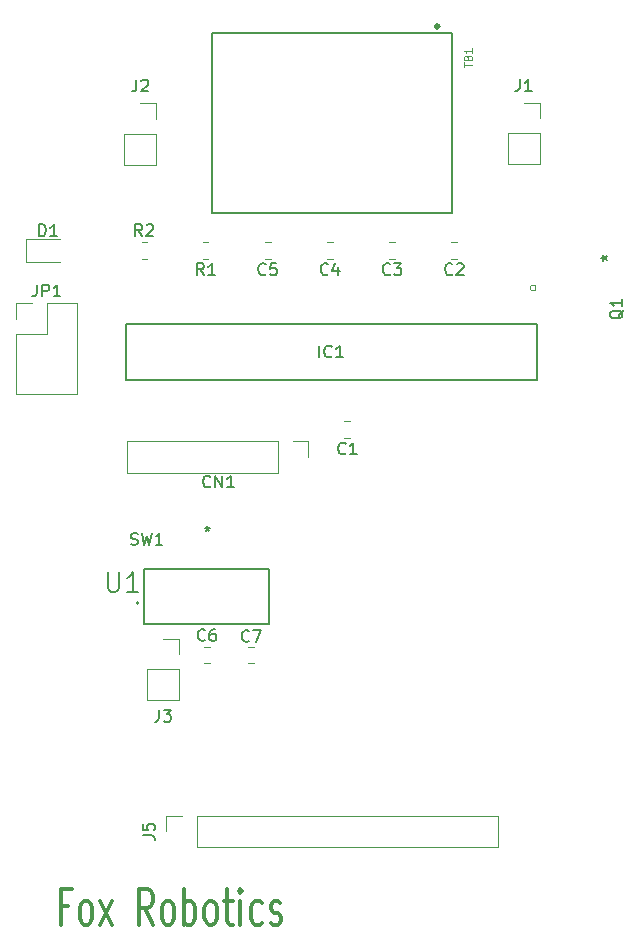
<source format=gto>
%TF.GenerationSoftware,KiCad,Pcbnew,(5.1.6)-1*%
%TF.CreationDate,2022-02-26T01:19:58-08:00*%
%TF.ProjectId,seguilineas_actualizado,73656775-696c-4696-9e65-61735f616374,rev?*%
%TF.SameCoordinates,Original*%
%TF.FileFunction,Legend,Top*%
%TF.FilePolarity,Positive*%
%FSLAX46Y46*%
G04 Gerber Fmt 4.6, Leading zero omitted, Abs format (unit mm)*
G04 Created by KiCad (PCBNEW (5.1.6)-1) date 2022-02-26 01:19:58*
%MOMM*%
%LPD*%
G01*
G04 APERTURE LIST*
%ADD10C,0.300000*%
%ADD11C,0.120000*%
%ADD12C,0.152400*%
%ADD13C,0.100000*%
%ADD14C,0.127000*%
%ADD15C,0.200000*%
%ADD16C,0.150000*%
%ADD17C,0.015000*%
%ADD18C,2.800000*%
%ADD19O,1.700000X1.700000*%
%ADD20R,1.700000X1.700000*%
%ADD21C,1.358000*%
%ADD22R,1.358000X1.358000*%
%ADD23R,2.000000X1.600000*%
%ADD24R,2.100000X5.600000*%
%ADD25C,1.560000*%
%ADD26R,1.560000X1.560000*%
%ADD27R,1.860000X1.860000*%
%ADD28C,1.860000*%
G04 APERTURE END LIST*
D10*
X180080952Y-117495714D02*
X179414285Y-117495714D01*
X179414285Y-119067142D02*
X179414285Y-116067142D01*
X180366666Y-116067142D01*
X181414285Y-119067142D02*
X181223809Y-118924285D01*
X181128571Y-118781428D01*
X181033333Y-118495714D01*
X181033333Y-117638571D01*
X181128571Y-117352857D01*
X181223809Y-117210000D01*
X181414285Y-117067142D01*
X181700000Y-117067142D01*
X181890476Y-117210000D01*
X181985714Y-117352857D01*
X182080952Y-117638571D01*
X182080952Y-118495714D01*
X181985714Y-118781428D01*
X181890476Y-118924285D01*
X181700000Y-119067142D01*
X181414285Y-119067142D01*
X182747619Y-119067142D02*
X183795238Y-117067142D01*
X182747619Y-117067142D02*
X183795238Y-119067142D01*
X187223809Y-119067142D02*
X186557142Y-117638571D01*
X186080952Y-119067142D02*
X186080952Y-116067142D01*
X186842857Y-116067142D01*
X187033333Y-116210000D01*
X187128571Y-116352857D01*
X187223809Y-116638571D01*
X187223809Y-117067142D01*
X187128571Y-117352857D01*
X187033333Y-117495714D01*
X186842857Y-117638571D01*
X186080952Y-117638571D01*
X188366666Y-119067142D02*
X188176190Y-118924285D01*
X188080952Y-118781428D01*
X187985714Y-118495714D01*
X187985714Y-117638571D01*
X188080952Y-117352857D01*
X188176190Y-117210000D01*
X188366666Y-117067142D01*
X188652380Y-117067142D01*
X188842857Y-117210000D01*
X188938095Y-117352857D01*
X189033333Y-117638571D01*
X189033333Y-118495714D01*
X188938095Y-118781428D01*
X188842857Y-118924285D01*
X188652380Y-119067142D01*
X188366666Y-119067142D01*
X189890476Y-119067142D02*
X189890476Y-116067142D01*
X189890476Y-117210000D02*
X190080952Y-117067142D01*
X190461904Y-117067142D01*
X190652380Y-117210000D01*
X190747619Y-117352857D01*
X190842857Y-117638571D01*
X190842857Y-118495714D01*
X190747619Y-118781428D01*
X190652380Y-118924285D01*
X190461904Y-119067142D01*
X190080952Y-119067142D01*
X189890476Y-118924285D01*
X191985714Y-119067142D02*
X191795238Y-118924285D01*
X191700000Y-118781428D01*
X191604761Y-118495714D01*
X191604761Y-117638571D01*
X191700000Y-117352857D01*
X191795238Y-117210000D01*
X191985714Y-117067142D01*
X192271428Y-117067142D01*
X192461904Y-117210000D01*
X192557142Y-117352857D01*
X192652380Y-117638571D01*
X192652380Y-118495714D01*
X192557142Y-118781428D01*
X192461904Y-118924285D01*
X192271428Y-119067142D01*
X191985714Y-119067142D01*
X193223809Y-117067142D02*
X193985714Y-117067142D01*
X193509523Y-116067142D02*
X193509523Y-118638571D01*
X193604761Y-118924285D01*
X193795238Y-119067142D01*
X193985714Y-119067142D01*
X194652380Y-119067142D02*
X194652380Y-117067142D01*
X194652380Y-116067142D02*
X194557142Y-116210000D01*
X194652380Y-116352857D01*
X194747619Y-116210000D01*
X194652380Y-116067142D01*
X194652380Y-116352857D01*
X196461904Y-118924285D02*
X196271428Y-119067142D01*
X195890476Y-119067142D01*
X195700000Y-118924285D01*
X195604761Y-118781428D01*
X195509523Y-118495714D01*
X195509523Y-117638571D01*
X195604761Y-117352857D01*
X195700000Y-117210000D01*
X195890476Y-117067142D01*
X196271428Y-117067142D01*
X196461904Y-117210000D01*
X197223809Y-118924285D02*
X197414285Y-119067142D01*
X197795238Y-119067142D01*
X197985714Y-118924285D01*
X198080952Y-118638571D01*
X198080952Y-118495714D01*
X197985714Y-118210000D01*
X197795238Y-118067142D01*
X197509523Y-118067142D01*
X197319047Y-117924285D01*
X197223809Y-117638571D01*
X197223809Y-117495714D01*
X197319047Y-117210000D01*
X197509523Y-117067142D01*
X197795238Y-117067142D01*
X197985714Y-117210000D01*
D11*
%TO.C,J5*%
X190970000Y-112510000D02*
X190970000Y-109850000D01*
X190970000Y-112510000D02*
X216430000Y-112510000D01*
X216430000Y-112510000D02*
X216430000Y-109850000D01*
X190970000Y-109850000D02*
X216430000Y-109850000D01*
X188370000Y-109850000D02*
X189700000Y-109850000D01*
X188370000Y-111180000D02*
X188370000Y-109850000D01*
%TO.C,CN1*%
X185050000Y-78160000D02*
X185050000Y-80820000D01*
X197810000Y-78160000D02*
X185050000Y-78160000D01*
X197810000Y-80820000D02*
X185050000Y-80820000D01*
X197810000Y-78160000D02*
X197810000Y-80820000D01*
X199080000Y-78160000D02*
X200410000Y-78160000D01*
X200410000Y-78160000D02*
X200410000Y-79490000D01*
%TO.C,D1*%
X179335000Y-61010000D02*
X176475000Y-61010000D01*
X176475000Y-61010000D02*
X176475000Y-62930000D01*
X176475000Y-62930000D02*
X179335000Y-62930000D01*
D12*
%TO.C,IC1*%
X184930000Y-72940000D02*
X219730000Y-72940000D01*
X219730000Y-68180000D02*
X184930000Y-68180000D01*
X184930000Y-72940000D02*
X184930000Y-68180000D01*
X219730000Y-72940000D02*
X219730000Y-68180000D01*
D13*
X219684000Y-65160000D02*
G75*
G03*
X219684000Y-65160000I-254000J0D01*
G01*
D11*
%TO.C,R1*%
X191936647Y-62705000D02*
X191482519Y-62705000D01*
X191936647Y-61235000D02*
X191482519Y-61235000D01*
%TO.C,JP1*%
X175640000Y-74170000D02*
X180840000Y-74170000D01*
X175640000Y-69030000D02*
X175640000Y-74170000D01*
X180840000Y-66430000D02*
X180840000Y-74170000D01*
X175640000Y-69030000D02*
X178240000Y-69030000D01*
X178240000Y-69030000D02*
X178240000Y-66430000D01*
X178240000Y-66430000D02*
X180840000Y-66430000D01*
X175640000Y-67760000D02*
X175640000Y-66430000D01*
X175640000Y-66430000D02*
X176970000Y-66430000D01*
%TO.C,R2*%
X186272936Y-61235000D02*
X186727064Y-61235000D01*
X186272936Y-62705000D02*
X186727064Y-62705000D01*
D14*
%TO.C,TB1*%
X212560000Y-43580000D02*
X212560000Y-58820000D01*
X212560000Y-58820000D02*
X192240000Y-58820000D01*
X192240000Y-58820000D02*
X192240000Y-43580000D01*
X192240000Y-43580000D02*
X212560000Y-43580000D01*
D10*
X211450000Y-43000000D02*
G75*
G03*
X211450000Y-43000000I-150000J0D01*
G01*
D11*
%TO.C,J3*%
X186760000Y-97450000D02*
X189420000Y-97450000D01*
X186760000Y-97450000D02*
X186760000Y-100050000D01*
X186760000Y-100050000D02*
X189420000Y-100050000D01*
X189420000Y-97450000D02*
X189420000Y-100050000D01*
X189420000Y-94850000D02*
X189420000Y-96180000D01*
X188090000Y-94850000D02*
X189420000Y-94850000D01*
%TO.C,J1*%
X217310000Y-52070000D02*
X219970000Y-52070000D01*
X217310000Y-52070000D02*
X217310000Y-54670000D01*
X217310000Y-54670000D02*
X219970000Y-54670000D01*
X219970000Y-52070000D02*
X219970000Y-54670000D01*
X219970000Y-49470000D02*
X219970000Y-50800000D01*
X218640000Y-49470000D02*
X219970000Y-49470000D01*
%TO.C,J2*%
X186160000Y-49510000D02*
X187490000Y-49510000D01*
X187490000Y-49510000D02*
X187490000Y-50840000D01*
X187490000Y-52110000D02*
X187490000Y-54710000D01*
X184830000Y-54710000D02*
X187490000Y-54710000D01*
X184830000Y-52110000D02*
X184830000Y-54710000D01*
X184830000Y-52110000D02*
X187490000Y-52110000D01*
%TO.C,C1*%
X203421422Y-77840000D02*
X203938578Y-77840000D01*
X203421422Y-76420000D02*
X203938578Y-76420000D01*
%TO.C,C2*%
X213016493Y-62680000D02*
X212499337Y-62680000D01*
X213016493Y-61260000D02*
X212499337Y-61260000D01*
%TO.C,C3*%
X207746910Y-61260000D02*
X207229754Y-61260000D01*
X207746910Y-62680000D02*
X207229754Y-62680000D01*
%TO.C,C4*%
X202477327Y-62680000D02*
X201960171Y-62680000D01*
X202477327Y-61260000D02*
X201960171Y-61260000D01*
%TO.C,C5*%
X197207744Y-61260000D02*
X196690588Y-61260000D01*
X197207744Y-62680000D02*
X196690588Y-62680000D01*
%TO.C,C6*%
X191551422Y-95530000D02*
X192068578Y-95530000D01*
X191551422Y-96950000D02*
X192068578Y-96950000D01*
%TO.C,C7*%
X195828578Y-96950000D02*
X195311422Y-96950000D01*
X195828578Y-95530000D02*
X195311422Y-95530000D01*
D12*
%TO.C,U1*%
X186520000Y-93620000D02*
X186520000Y-88920000D01*
X186520000Y-88920000D02*
X197060000Y-88920000D01*
X197060000Y-88920000D02*
X197060000Y-93620000D01*
X197060000Y-93620000D02*
X186520000Y-93620000D01*
D15*
X186040000Y-91820000D02*
G75*
G03*
X186040000Y-91820000I-100000J0D01*
G01*
%TO.C,J5*%
D16*
X186382380Y-111513333D02*
X187096666Y-111513333D01*
X187239523Y-111560952D01*
X187334761Y-111656190D01*
X187382380Y-111799047D01*
X187382380Y-111894285D01*
X186382380Y-110560952D02*
X186382380Y-111037142D01*
X186858571Y-111084761D01*
X186810952Y-111037142D01*
X186763333Y-110941904D01*
X186763333Y-110703809D01*
X186810952Y-110608571D01*
X186858571Y-110560952D01*
X186953809Y-110513333D01*
X187191904Y-110513333D01*
X187287142Y-110560952D01*
X187334761Y-110608571D01*
X187382380Y-110703809D01*
X187382380Y-110941904D01*
X187334761Y-111037142D01*
X187287142Y-111084761D01*
%TO.C,CN1*%
X192099523Y-81957142D02*
X192051904Y-82004761D01*
X191909047Y-82052380D01*
X191813809Y-82052380D01*
X191670952Y-82004761D01*
X191575714Y-81909523D01*
X191528095Y-81814285D01*
X191480476Y-81623809D01*
X191480476Y-81480952D01*
X191528095Y-81290476D01*
X191575714Y-81195238D01*
X191670952Y-81100000D01*
X191813809Y-81052380D01*
X191909047Y-81052380D01*
X192051904Y-81100000D01*
X192099523Y-81147619D01*
X192528095Y-82052380D02*
X192528095Y-81052380D01*
X193099523Y-82052380D01*
X193099523Y-81052380D01*
X194099523Y-82052380D02*
X193528095Y-82052380D01*
X193813809Y-82052380D02*
X193813809Y-81052380D01*
X193718571Y-81195238D01*
X193623333Y-81290476D01*
X193528095Y-81338095D01*
%TO.C,D1*%
X177596904Y-60772380D02*
X177596904Y-59772380D01*
X177835000Y-59772380D01*
X177977857Y-59820000D01*
X178073095Y-59915238D01*
X178120714Y-60010476D01*
X178168333Y-60200952D01*
X178168333Y-60343809D01*
X178120714Y-60534285D01*
X178073095Y-60629523D01*
X177977857Y-60724761D01*
X177835000Y-60772380D01*
X177596904Y-60772380D01*
X179120714Y-60772380D02*
X178549285Y-60772380D01*
X178835000Y-60772380D02*
X178835000Y-59772380D01*
X178739761Y-59915238D01*
X178644523Y-60010476D01*
X178549285Y-60058095D01*
%TO.C,IC1*%
X201323202Y-71042662D02*
X201323202Y-70042040D01*
X202371473Y-70947365D02*
X202323824Y-70995013D01*
X202180878Y-71042662D01*
X202085581Y-71042662D01*
X201942635Y-70995013D01*
X201847337Y-70899716D01*
X201799689Y-70804419D01*
X201752040Y-70613824D01*
X201752040Y-70470878D01*
X201799689Y-70280283D01*
X201847337Y-70184986D01*
X201942635Y-70089689D01*
X202085581Y-70042040D01*
X202180878Y-70042040D01*
X202323824Y-70089689D01*
X202371473Y-70137337D01*
X203324446Y-71042662D02*
X202752662Y-71042662D01*
X203038554Y-71042662D02*
X203038554Y-70042040D01*
X202943257Y-70184986D01*
X202847959Y-70280283D01*
X202752662Y-70327932D01*
%TO.C,SW1*%
X185371666Y-86864761D02*
X185514523Y-86912380D01*
X185752619Y-86912380D01*
X185847857Y-86864761D01*
X185895476Y-86817142D01*
X185943095Y-86721904D01*
X185943095Y-86626666D01*
X185895476Y-86531428D01*
X185847857Y-86483809D01*
X185752619Y-86436190D01*
X185562142Y-86388571D01*
X185466904Y-86340952D01*
X185419285Y-86293333D01*
X185371666Y-86198095D01*
X185371666Y-86102857D01*
X185419285Y-86007619D01*
X185466904Y-85960000D01*
X185562142Y-85912380D01*
X185800238Y-85912380D01*
X185943095Y-85960000D01*
X186276428Y-85912380D02*
X186514523Y-86912380D01*
X186705000Y-86198095D01*
X186895476Y-86912380D01*
X187133571Y-85912380D01*
X188038333Y-86912380D02*
X187466904Y-86912380D01*
X187752619Y-86912380D02*
X187752619Y-85912380D01*
X187657380Y-86055238D01*
X187562142Y-86150476D01*
X187466904Y-86198095D01*
X191855000Y-85312380D02*
X191855000Y-85550476D01*
X191616904Y-85455238D02*
X191855000Y-85550476D01*
X192093095Y-85455238D01*
X191712142Y-85740952D02*
X191855000Y-85550476D01*
X191997857Y-85740952D01*
%TO.C,R1*%
X191542916Y-64072380D02*
X191209583Y-63596190D01*
X190971487Y-64072380D02*
X190971487Y-63072380D01*
X191352440Y-63072380D01*
X191447678Y-63120000D01*
X191495297Y-63167619D01*
X191542916Y-63262857D01*
X191542916Y-63405714D01*
X191495297Y-63500952D01*
X191447678Y-63548571D01*
X191352440Y-63596190D01*
X190971487Y-63596190D01*
X192495297Y-64072380D02*
X191923868Y-64072380D01*
X192209583Y-64072380D02*
X192209583Y-63072380D01*
X192114344Y-63215238D01*
X192019106Y-63310476D01*
X191923868Y-63358095D01*
%TO.C,JP1*%
X177406666Y-64882380D02*
X177406666Y-65596666D01*
X177359047Y-65739523D01*
X177263809Y-65834761D01*
X177120952Y-65882380D01*
X177025714Y-65882380D01*
X177882857Y-65882380D02*
X177882857Y-64882380D01*
X178263809Y-64882380D01*
X178359047Y-64930000D01*
X178406666Y-64977619D01*
X178454285Y-65072857D01*
X178454285Y-65215714D01*
X178406666Y-65310952D01*
X178359047Y-65358571D01*
X178263809Y-65406190D01*
X177882857Y-65406190D01*
X179406666Y-65882380D02*
X178835238Y-65882380D01*
X179120952Y-65882380D02*
X179120952Y-64882380D01*
X179025714Y-65025238D01*
X178930476Y-65120476D01*
X178835238Y-65168095D01*
%TO.C,Q1*%
X227057619Y-67025238D02*
X227010000Y-67120476D01*
X226914761Y-67215714D01*
X226771904Y-67358571D01*
X226724285Y-67453809D01*
X226724285Y-67549047D01*
X226962380Y-67501428D02*
X226914761Y-67596666D01*
X226819523Y-67691904D01*
X226629047Y-67739523D01*
X226295714Y-67739523D01*
X226105238Y-67691904D01*
X226010000Y-67596666D01*
X225962380Y-67501428D01*
X225962380Y-67310952D01*
X226010000Y-67215714D01*
X226105238Y-67120476D01*
X226295714Y-67072857D01*
X226629047Y-67072857D01*
X226819523Y-67120476D01*
X226914761Y-67215714D01*
X226962380Y-67310952D01*
X226962380Y-67501428D01*
X226962380Y-66120476D02*
X226962380Y-66691904D01*
X226962380Y-66406190D02*
X225962380Y-66406190D01*
X226105238Y-66501428D01*
X226200476Y-66596666D01*
X226248095Y-66691904D01*
X225212380Y-62630000D02*
X225450476Y-62630000D01*
X225355238Y-62868095D02*
X225450476Y-62630000D01*
X225355238Y-62391904D01*
X225640952Y-62772857D02*
X225450476Y-62630000D01*
X225640952Y-62487142D01*
%TO.C,R2*%
X186333333Y-60772380D02*
X186000000Y-60296190D01*
X185761904Y-60772380D02*
X185761904Y-59772380D01*
X186142857Y-59772380D01*
X186238095Y-59820000D01*
X186285714Y-59867619D01*
X186333333Y-59962857D01*
X186333333Y-60105714D01*
X186285714Y-60200952D01*
X186238095Y-60248571D01*
X186142857Y-60296190D01*
X185761904Y-60296190D01*
X186714285Y-59867619D02*
X186761904Y-59820000D01*
X186857142Y-59772380D01*
X187095238Y-59772380D01*
X187190476Y-59820000D01*
X187238095Y-59867619D01*
X187285714Y-59962857D01*
X187285714Y-60058095D01*
X187238095Y-60200952D01*
X186666666Y-60772380D01*
X187285714Y-60772380D01*
%TO.C,TB1*%
D17*
X213573311Y-46432205D02*
X213573311Y-46065920D01*
X214214309Y-46249063D02*
X213573311Y-46249063D01*
X213878548Y-45638588D02*
X213909072Y-45547017D01*
X213939595Y-45516494D01*
X214000643Y-45485970D01*
X214092214Y-45485970D01*
X214153261Y-45516494D01*
X214183785Y-45547017D01*
X214214309Y-45608065D01*
X214214309Y-45852254D01*
X213573311Y-45852254D01*
X213573311Y-45638588D01*
X213603835Y-45577541D01*
X213634358Y-45547017D01*
X213695406Y-45516494D01*
X213756453Y-45516494D01*
X213817501Y-45547017D01*
X213848024Y-45577541D01*
X213878548Y-45638588D01*
X213878548Y-45852254D01*
X214214309Y-44875496D02*
X214214309Y-45241780D01*
X214214309Y-45058638D02*
X213573311Y-45058638D01*
X213664882Y-45119685D01*
X213725929Y-45180733D01*
X213756453Y-45241780D01*
%TO.C,J3*%
D16*
X187756666Y-100882380D02*
X187756666Y-101596666D01*
X187709047Y-101739523D01*
X187613809Y-101834761D01*
X187470952Y-101882380D01*
X187375714Y-101882380D01*
X188137619Y-100882380D02*
X188756666Y-100882380D01*
X188423333Y-101263333D01*
X188566190Y-101263333D01*
X188661428Y-101310952D01*
X188709047Y-101358571D01*
X188756666Y-101453809D01*
X188756666Y-101691904D01*
X188709047Y-101787142D01*
X188661428Y-101834761D01*
X188566190Y-101882380D01*
X188280476Y-101882380D01*
X188185238Y-101834761D01*
X188137619Y-101787142D01*
%TO.C,J1*%
X218306666Y-47482380D02*
X218306666Y-48196666D01*
X218259047Y-48339523D01*
X218163809Y-48434761D01*
X218020952Y-48482380D01*
X217925714Y-48482380D01*
X219306666Y-48482380D02*
X218735238Y-48482380D01*
X219020952Y-48482380D02*
X219020952Y-47482380D01*
X218925714Y-47625238D01*
X218830476Y-47720476D01*
X218735238Y-47768095D01*
%TO.C,J2*%
X185826666Y-47522380D02*
X185826666Y-48236666D01*
X185779047Y-48379523D01*
X185683809Y-48474761D01*
X185540952Y-48522380D01*
X185445714Y-48522380D01*
X186255238Y-47617619D02*
X186302857Y-47570000D01*
X186398095Y-47522380D01*
X186636190Y-47522380D01*
X186731428Y-47570000D01*
X186779047Y-47617619D01*
X186826666Y-47712857D01*
X186826666Y-47808095D01*
X186779047Y-47950952D01*
X186207619Y-48522380D01*
X186826666Y-48522380D01*
%TO.C,C1*%
X203553333Y-79167142D02*
X203505714Y-79214761D01*
X203362857Y-79262380D01*
X203267619Y-79262380D01*
X203124761Y-79214761D01*
X203029523Y-79119523D01*
X202981904Y-79024285D01*
X202934285Y-78833809D01*
X202934285Y-78690952D01*
X202981904Y-78500476D01*
X203029523Y-78405238D01*
X203124761Y-78310000D01*
X203267619Y-78262380D01*
X203362857Y-78262380D01*
X203505714Y-78310000D01*
X203553333Y-78357619D01*
X204505714Y-79262380D02*
X203934285Y-79262380D01*
X204220000Y-79262380D02*
X204220000Y-78262380D01*
X204124761Y-78405238D01*
X204029523Y-78500476D01*
X203934285Y-78548095D01*
%TO.C,C2*%
X212591248Y-63977142D02*
X212543629Y-64024761D01*
X212400772Y-64072380D01*
X212305534Y-64072380D01*
X212162676Y-64024761D01*
X212067438Y-63929523D01*
X212019819Y-63834285D01*
X211972200Y-63643809D01*
X211972200Y-63500952D01*
X212019819Y-63310476D01*
X212067438Y-63215238D01*
X212162676Y-63120000D01*
X212305534Y-63072380D01*
X212400772Y-63072380D01*
X212543629Y-63120000D01*
X212591248Y-63167619D01*
X212972200Y-63167619D02*
X213019819Y-63120000D01*
X213115057Y-63072380D01*
X213353153Y-63072380D01*
X213448391Y-63120000D01*
X213496010Y-63167619D01*
X213543629Y-63262857D01*
X213543629Y-63358095D01*
X213496010Y-63500952D01*
X212924581Y-64072380D01*
X213543629Y-64072380D01*
%TO.C,C3*%
X207321665Y-63977142D02*
X207274046Y-64024761D01*
X207131189Y-64072380D01*
X207035951Y-64072380D01*
X206893093Y-64024761D01*
X206797855Y-63929523D01*
X206750236Y-63834285D01*
X206702617Y-63643809D01*
X206702617Y-63500952D01*
X206750236Y-63310476D01*
X206797855Y-63215238D01*
X206893093Y-63120000D01*
X207035951Y-63072380D01*
X207131189Y-63072380D01*
X207274046Y-63120000D01*
X207321665Y-63167619D01*
X207654998Y-63072380D02*
X208274046Y-63072380D01*
X207940712Y-63453333D01*
X208083570Y-63453333D01*
X208178808Y-63500952D01*
X208226427Y-63548571D01*
X208274046Y-63643809D01*
X208274046Y-63881904D01*
X208226427Y-63977142D01*
X208178808Y-64024761D01*
X208083570Y-64072380D01*
X207797855Y-64072380D01*
X207702617Y-64024761D01*
X207654998Y-63977142D01*
%TO.C,C4*%
X202052082Y-63977142D02*
X202004463Y-64024761D01*
X201861606Y-64072380D01*
X201766368Y-64072380D01*
X201623510Y-64024761D01*
X201528272Y-63929523D01*
X201480653Y-63834285D01*
X201433034Y-63643809D01*
X201433034Y-63500952D01*
X201480653Y-63310476D01*
X201528272Y-63215238D01*
X201623510Y-63120000D01*
X201766368Y-63072380D01*
X201861606Y-63072380D01*
X202004463Y-63120000D01*
X202052082Y-63167619D01*
X202909225Y-63405714D02*
X202909225Y-64072380D01*
X202671129Y-63024761D02*
X202433034Y-63739047D01*
X203052082Y-63739047D01*
%TO.C,C5*%
X196782499Y-63977142D02*
X196734880Y-64024761D01*
X196592023Y-64072380D01*
X196496785Y-64072380D01*
X196353927Y-64024761D01*
X196258689Y-63929523D01*
X196211070Y-63834285D01*
X196163451Y-63643809D01*
X196163451Y-63500952D01*
X196211070Y-63310476D01*
X196258689Y-63215238D01*
X196353927Y-63120000D01*
X196496785Y-63072380D01*
X196592023Y-63072380D01*
X196734880Y-63120000D01*
X196782499Y-63167619D01*
X197687261Y-63072380D02*
X197211070Y-63072380D01*
X197163451Y-63548571D01*
X197211070Y-63500952D01*
X197306308Y-63453333D01*
X197544404Y-63453333D01*
X197639642Y-63500952D01*
X197687261Y-63548571D01*
X197734880Y-63643809D01*
X197734880Y-63881904D01*
X197687261Y-63977142D01*
X197639642Y-64024761D01*
X197544404Y-64072380D01*
X197306308Y-64072380D01*
X197211070Y-64024761D01*
X197163451Y-63977142D01*
%TO.C,C6*%
X191643333Y-94947142D02*
X191595714Y-94994761D01*
X191452857Y-95042380D01*
X191357619Y-95042380D01*
X191214761Y-94994761D01*
X191119523Y-94899523D01*
X191071904Y-94804285D01*
X191024285Y-94613809D01*
X191024285Y-94470952D01*
X191071904Y-94280476D01*
X191119523Y-94185238D01*
X191214761Y-94090000D01*
X191357619Y-94042380D01*
X191452857Y-94042380D01*
X191595714Y-94090000D01*
X191643333Y-94137619D01*
X192500476Y-94042380D02*
X192310000Y-94042380D01*
X192214761Y-94090000D01*
X192167142Y-94137619D01*
X192071904Y-94280476D01*
X192024285Y-94470952D01*
X192024285Y-94851904D01*
X192071904Y-94947142D01*
X192119523Y-94994761D01*
X192214761Y-95042380D01*
X192405238Y-95042380D01*
X192500476Y-94994761D01*
X192548095Y-94947142D01*
X192595714Y-94851904D01*
X192595714Y-94613809D01*
X192548095Y-94518571D01*
X192500476Y-94470952D01*
X192405238Y-94423333D01*
X192214761Y-94423333D01*
X192119523Y-94470952D01*
X192071904Y-94518571D01*
X192024285Y-94613809D01*
%TO.C,C7*%
X195373333Y-95047142D02*
X195325714Y-95094761D01*
X195182857Y-95142380D01*
X195087619Y-95142380D01*
X194944761Y-95094761D01*
X194849523Y-94999523D01*
X194801904Y-94904285D01*
X194754285Y-94713809D01*
X194754285Y-94570952D01*
X194801904Y-94380476D01*
X194849523Y-94285238D01*
X194944761Y-94190000D01*
X195087619Y-94142380D01*
X195182857Y-94142380D01*
X195325714Y-94190000D01*
X195373333Y-94237619D01*
X195706666Y-94142380D02*
X196373333Y-94142380D01*
X195944761Y-95142380D01*
%TO.C,U1*%
X183414777Y-89227808D02*
X183414777Y-90561482D01*
X183493228Y-90718385D01*
X183571680Y-90796837D01*
X183728582Y-90875288D01*
X184042388Y-90875288D01*
X184199291Y-90796837D01*
X184277742Y-90718385D01*
X184356194Y-90561482D01*
X184356194Y-89227808D01*
X186003674Y-90875288D02*
X185062257Y-90875288D01*
X185532965Y-90875288D02*
X185532965Y-89227808D01*
X185376062Y-89463162D01*
X185219160Y-89620065D01*
X185062257Y-89698517D01*
%TD*%
%LPC*%
D18*
%TO.C,J4*%
X167465000Y-126990000D03*
X237315000Y-126990000D03*
%TD*%
D19*
%TO.C,J5*%
X215100000Y-111180000D03*
X212560000Y-111180000D03*
X210020000Y-111180000D03*
X207480000Y-111180000D03*
X204940000Y-111180000D03*
X202400000Y-111180000D03*
X199860000Y-111180000D03*
X197320000Y-111180000D03*
X194780000Y-111180000D03*
X192240000Y-111180000D03*
D20*
X189700000Y-111180000D03*
%TD*%
D19*
%TO.C,CN1*%
X186380000Y-79490000D03*
X188920000Y-79490000D03*
X191460000Y-79490000D03*
X194000000Y-79490000D03*
X196540000Y-79490000D03*
D20*
X199080000Y-79490000D03*
%TD*%
%TO.C,D1*%
G36*
G01*
X178785000Y-62420001D02*
X178785000Y-61519999D01*
G75*
G02*
X179034999Y-61270000I249999J0D01*
G01*
X179685001Y-61270000D01*
G75*
G02*
X179935000Y-61519999I0J-249999D01*
G01*
X179935000Y-62420001D01*
G75*
G02*
X179685001Y-62670000I-249999J0D01*
G01*
X179034999Y-62670000D01*
G75*
G02*
X178785000Y-62420001I0J249999D01*
G01*
G37*
G36*
G01*
X176735000Y-62420001D02*
X176735000Y-61519999D01*
G75*
G02*
X176984999Y-61270000I249999J0D01*
G01*
X177635001Y-61270000D01*
G75*
G02*
X177885000Y-61519999I0J-249999D01*
G01*
X177885000Y-62420001D01*
G75*
G02*
X177635001Y-62670000I-249999J0D01*
G01*
X176984999Y-62670000D01*
G75*
G02*
X176735000Y-62420001I0J249999D01*
G01*
G37*
%TD*%
D21*
%TO.C,IC1*%
X218840000Y-74520000D03*
X216300000Y-74520000D03*
X213760000Y-74520000D03*
X211220000Y-74520000D03*
X208680000Y-74520000D03*
X206140000Y-74520000D03*
X203600000Y-74520000D03*
X201060000Y-74520000D03*
X198520000Y-74520000D03*
X195980000Y-74520000D03*
X193440000Y-74520000D03*
X190900000Y-74520000D03*
X188360000Y-74520000D03*
X185820000Y-74520000D03*
X185820000Y-66600000D03*
X188360000Y-66600000D03*
X190900000Y-66600000D03*
X193440000Y-66600000D03*
X195980000Y-66600000D03*
X198520000Y-66600000D03*
X208680000Y-66600000D03*
X206140000Y-66600000D03*
X211220000Y-66600000D03*
X213760000Y-66600000D03*
X201060000Y-66600000D03*
X203600000Y-66600000D03*
X216300000Y-66600000D03*
D22*
X218840000Y-66600000D03*
%TD*%
D23*
%TO.C,SW1*%
X186385000Y-84420000D03*
X191785000Y-84420000D03*
%TD*%
%TO.C,R1*%
G36*
G01*
X191309583Y-61519999D02*
X191309583Y-62420001D01*
G75*
G02*
X191059584Y-62670000I-249999J0D01*
G01*
X190359582Y-62670000D01*
G75*
G02*
X190109583Y-62420001I0J249999D01*
G01*
X190109583Y-61519999D01*
G75*
G02*
X190359582Y-61270000I249999J0D01*
G01*
X191059584Y-61270000D01*
G75*
G02*
X191309583Y-61519999I0J-249999D01*
G01*
G37*
G36*
G01*
X193309583Y-61519999D02*
X193309583Y-62420001D01*
G75*
G02*
X193059584Y-62670000I-249999J0D01*
G01*
X192359582Y-62670000D01*
G75*
G02*
X192109583Y-62420001I0J249999D01*
G01*
X192109583Y-61519999D01*
G75*
G02*
X192359582Y-61270000I249999J0D01*
G01*
X193059584Y-61270000D01*
G75*
G02*
X193309583Y-61519999I0J-249999D01*
G01*
G37*
%TD*%
D19*
%TO.C,JP1*%
X179510000Y-72840000D03*
X176970000Y-72840000D03*
X179510000Y-70300000D03*
X176970000Y-70300000D03*
X179510000Y-67760000D03*
D20*
X176970000Y-67760000D03*
%TD*%
D24*
%TO.C,Q1*%
X223835000Y-72605000D03*
X223835000Y-63105000D03*
%TD*%
%TO.C,R2*%
G36*
G01*
X186900000Y-62420001D02*
X186900000Y-61519999D01*
G75*
G02*
X187149999Y-61270000I249999J0D01*
G01*
X187850001Y-61270000D01*
G75*
G02*
X188100000Y-61519999I0J-249999D01*
G01*
X188100000Y-62420001D01*
G75*
G02*
X187850001Y-62670000I-249999J0D01*
G01*
X187149999Y-62670000D01*
G75*
G02*
X186900000Y-62420001I0J249999D01*
G01*
G37*
G36*
G01*
X184900000Y-62420001D02*
X184900000Y-61519999D01*
G75*
G02*
X185149999Y-61270000I249999J0D01*
G01*
X185850001Y-61270000D01*
G75*
G02*
X186100000Y-61519999I0J-249999D01*
G01*
X186100000Y-62420001D01*
G75*
G02*
X185850001Y-62670000I-249999J0D01*
G01*
X185149999Y-62670000D01*
G75*
G02*
X184900000Y-62420001I0J249999D01*
G01*
G37*
%TD*%
D25*
%TO.C,TB1*%
X211290000Y-57550000D03*
X208750000Y-57550000D03*
X206210000Y-57550000D03*
X203670000Y-57550000D03*
X201130000Y-57550000D03*
X198590000Y-57550000D03*
X196050000Y-57550000D03*
D26*
X193510000Y-57550000D03*
X193510000Y-44850000D03*
D25*
X196050000Y-44850000D03*
X198590000Y-44850000D03*
X201130000Y-44850000D03*
X203670000Y-44850000D03*
X206210000Y-44850000D03*
X208750000Y-44850000D03*
D26*
X211290000Y-44850000D03*
%TD*%
D20*
%TO.C,J3*%
X188090000Y-96180000D03*
D19*
X188090000Y-98720000D03*
%TD*%
D20*
%TO.C,J1*%
X218640000Y-50800000D03*
D19*
X218640000Y-53340000D03*
%TD*%
%TO.C,J2*%
X186160000Y-53380000D03*
D20*
X186160000Y-50840000D03*
%TD*%
%TO.C,C1*%
G36*
G01*
X204130000Y-77586250D02*
X204130000Y-76673750D01*
G75*
G02*
X204373750Y-76430000I243750J0D01*
G01*
X204861250Y-76430000D01*
G75*
G02*
X205105000Y-76673750I0J-243750D01*
G01*
X205105000Y-77586250D01*
G75*
G02*
X204861250Y-77830000I-243750J0D01*
G01*
X204373750Y-77830000D01*
G75*
G02*
X204130000Y-77586250I0J243750D01*
G01*
G37*
G36*
G01*
X202255000Y-77586250D02*
X202255000Y-76673750D01*
G75*
G02*
X202498750Y-76430000I243750J0D01*
G01*
X202986250Y-76430000D01*
G75*
G02*
X203230000Y-76673750I0J-243750D01*
G01*
X203230000Y-77586250D01*
G75*
G02*
X202986250Y-77830000I-243750J0D01*
G01*
X202498750Y-77830000D01*
G75*
G02*
X202255000Y-77586250I0J243750D01*
G01*
G37*
%TD*%
%TO.C,C2*%
G36*
G01*
X214182915Y-61513750D02*
X214182915Y-62426250D01*
G75*
G02*
X213939165Y-62670000I-243750J0D01*
G01*
X213451665Y-62670000D01*
G75*
G02*
X213207915Y-62426250I0J243750D01*
G01*
X213207915Y-61513750D01*
G75*
G02*
X213451665Y-61270000I243750J0D01*
G01*
X213939165Y-61270000D01*
G75*
G02*
X214182915Y-61513750I0J-243750D01*
G01*
G37*
G36*
G01*
X212307915Y-61513750D02*
X212307915Y-62426250D01*
G75*
G02*
X212064165Y-62670000I-243750J0D01*
G01*
X211576665Y-62670000D01*
G75*
G02*
X211332915Y-62426250I0J243750D01*
G01*
X211332915Y-61513750D01*
G75*
G02*
X211576665Y-61270000I243750J0D01*
G01*
X212064165Y-61270000D01*
G75*
G02*
X212307915Y-61513750I0J-243750D01*
G01*
G37*
%TD*%
%TO.C,C3*%
G36*
G01*
X207038332Y-61513750D02*
X207038332Y-62426250D01*
G75*
G02*
X206794582Y-62670000I-243750J0D01*
G01*
X206307082Y-62670000D01*
G75*
G02*
X206063332Y-62426250I0J243750D01*
G01*
X206063332Y-61513750D01*
G75*
G02*
X206307082Y-61270000I243750J0D01*
G01*
X206794582Y-61270000D01*
G75*
G02*
X207038332Y-61513750I0J-243750D01*
G01*
G37*
G36*
G01*
X208913332Y-61513750D02*
X208913332Y-62426250D01*
G75*
G02*
X208669582Y-62670000I-243750J0D01*
G01*
X208182082Y-62670000D01*
G75*
G02*
X207938332Y-62426250I0J243750D01*
G01*
X207938332Y-61513750D01*
G75*
G02*
X208182082Y-61270000I243750J0D01*
G01*
X208669582Y-61270000D01*
G75*
G02*
X208913332Y-61513750I0J-243750D01*
G01*
G37*
%TD*%
%TO.C,C4*%
G36*
G01*
X203643749Y-61513750D02*
X203643749Y-62426250D01*
G75*
G02*
X203399999Y-62670000I-243750J0D01*
G01*
X202912499Y-62670000D01*
G75*
G02*
X202668749Y-62426250I0J243750D01*
G01*
X202668749Y-61513750D01*
G75*
G02*
X202912499Y-61270000I243750J0D01*
G01*
X203399999Y-61270000D01*
G75*
G02*
X203643749Y-61513750I0J-243750D01*
G01*
G37*
G36*
G01*
X201768749Y-61513750D02*
X201768749Y-62426250D01*
G75*
G02*
X201524999Y-62670000I-243750J0D01*
G01*
X201037499Y-62670000D01*
G75*
G02*
X200793749Y-62426250I0J243750D01*
G01*
X200793749Y-61513750D01*
G75*
G02*
X201037499Y-61270000I243750J0D01*
G01*
X201524999Y-61270000D01*
G75*
G02*
X201768749Y-61513750I0J-243750D01*
G01*
G37*
%TD*%
%TO.C,C5*%
G36*
G01*
X196499166Y-61513750D02*
X196499166Y-62426250D01*
G75*
G02*
X196255416Y-62670000I-243750J0D01*
G01*
X195767916Y-62670000D01*
G75*
G02*
X195524166Y-62426250I0J243750D01*
G01*
X195524166Y-61513750D01*
G75*
G02*
X195767916Y-61270000I243750J0D01*
G01*
X196255416Y-61270000D01*
G75*
G02*
X196499166Y-61513750I0J-243750D01*
G01*
G37*
G36*
G01*
X198374166Y-61513750D02*
X198374166Y-62426250D01*
G75*
G02*
X198130416Y-62670000I-243750J0D01*
G01*
X197642916Y-62670000D01*
G75*
G02*
X197399166Y-62426250I0J243750D01*
G01*
X197399166Y-61513750D01*
G75*
G02*
X197642916Y-61270000I243750J0D01*
G01*
X198130416Y-61270000D01*
G75*
G02*
X198374166Y-61513750I0J-243750D01*
G01*
G37*
%TD*%
%TO.C,C6*%
G36*
G01*
X190385000Y-96696250D02*
X190385000Y-95783750D01*
G75*
G02*
X190628750Y-95540000I243750J0D01*
G01*
X191116250Y-95540000D01*
G75*
G02*
X191360000Y-95783750I0J-243750D01*
G01*
X191360000Y-96696250D01*
G75*
G02*
X191116250Y-96940000I-243750J0D01*
G01*
X190628750Y-96940000D01*
G75*
G02*
X190385000Y-96696250I0J243750D01*
G01*
G37*
G36*
G01*
X192260000Y-96696250D02*
X192260000Y-95783750D01*
G75*
G02*
X192503750Y-95540000I243750J0D01*
G01*
X192991250Y-95540000D01*
G75*
G02*
X193235000Y-95783750I0J-243750D01*
G01*
X193235000Y-96696250D01*
G75*
G02*
X192991250Y-96940000I-243750J0D01*
G01*
X192503750Y-96940000D01*
G75*
G02*
X192260000Y-96696250I0J243750D01*
G01*
G37*
%TD*%
%TO.C,C7*%
G36*
G01*
X196995000Y-95783750D02*
X196995000Y-96696250D01*
G75*
G02*
X196751250Y-96940000I-243750J0D01*
G01*
X196263750Y-96940000D01*
G75*
G02*
X196020000Y-96696250I0J243750D01*
G01*
X196020000Y-95783750D01*
G75*
G02*
X196263750Y-95540000I243750J0D01*
G01*
X196751250Y-95540000D01*
G75*
G02*
X196995000Y-95783750I0J-243750D01*
G01*
G37*
G36*
G01*
X195120000Y-95783750D02*
X195120000Y-96696250D01*
G75*
G02*
X194876250Y-96940000I-243750J0D01*
G01*
X194388750Y-96940000D01*
G75*
G02*
X194145000Y-96696250I0J243750D01*
G01*
X194145000Y-95783750D01*
G75*
G02*
X194388750Y-95540000I243750J0D01*
G01*
X194876250Y-95540000D01*
G75*
G02*
X195120000Y-95783750I0J-243750D01*
G01*
G37*
%TD*%
D27*
%TO.C,U1*%
X189250000Y-91820000D03*
D28*
X191790000Y-91820000D03*
X194330000Y-91820000D03*
%TD*%
M02*

</source>
